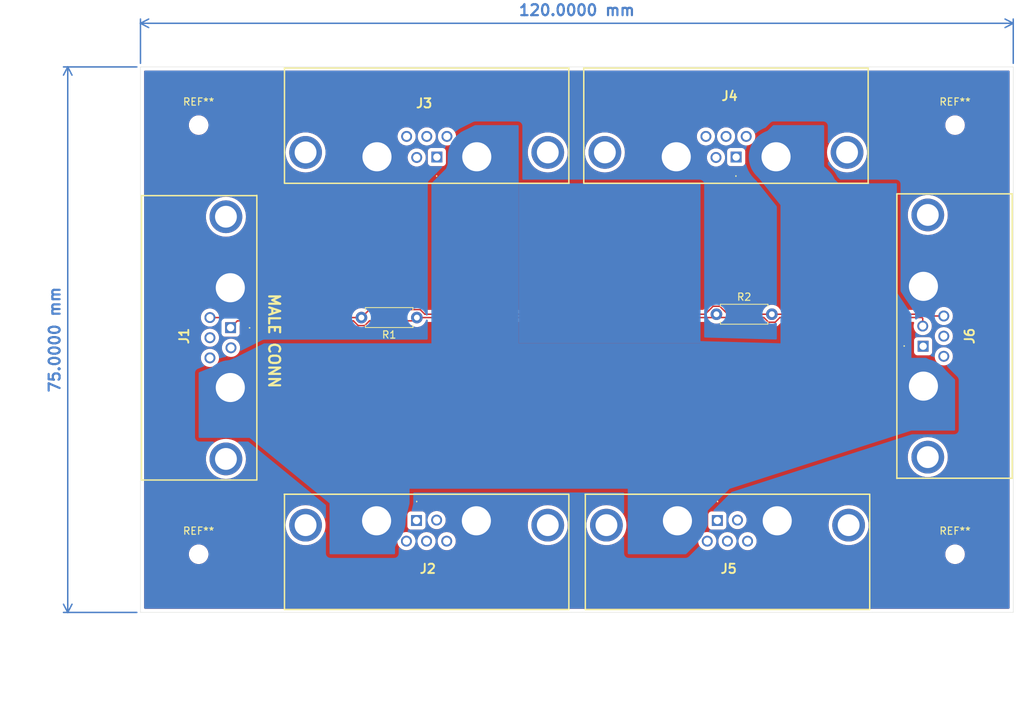
<source format=kicad_pcb>
(kicad_pcb (version 20240108) (generator "pcbnew") (generator_version "8.0")
  (layers (0 "F.Cu" signal) (1 "In1.Cu" signal) (2 "In2.Cu" signal) (31 "B.Cu" signal) (34 "B.Paste" user) (35 "F.Paste" user) (36 "B.SilkS" user "B.Silkscreen") (37 "F.SilkS" user "F.Silkscreen") (38 "B.Mask" user) (39 "F.Mask" user) (44 "Edge.Cuts" user))
  (net 0 "")
  (net 1 "7V")
  (net 2 "12V")
  (net 3 "GND")
  (net 4 "CAN+")
  (net 5 "CAN-")
  (footprint "ecocad_lib_footprints:DB7W2-30A" (layer "F.Cu") (at 114.323 113.956)
    (property "Reference" "J2" (at 0.185 5.044 180) (layer "F.SilkS") (effects (font (size 1.27 1.27) (thickness 0.254))))
    (property "Value" "~" (hide yes))
    (fp_line (start -19.558 -5.207) (end 19.558 -5.207) (stroke (width 0.2)) (layer "F.SilkS"))
    (fp_line (start -19.523 10.644) (end -19.523 -5.207) (stroke (width 0.2)) (layer "F.SilkS"))
    (fp_line (start -1.343 -4.256) (end -1.343 -4.256) (stroke (width 0.1)) (layer "F.SilkS"))
    (fp_line (start -1.343 -4.156) (end -1.343 -4.156) (stroke (width 0.1)) (layer "F.SilkS"))
    (fp_line (start 19.577 -5.207) (end 19.577 10.644) (stroke (width 0.2)) (layer "F.SilkS"))
    (fp_line (start 19.577 10.644) (end -19.523 10.644) (stroke (width 0.2)) (layer "F.SilkS"))
    (fp_arc (start -1.343 -4.256) (mid -1.293 -4.206) (end -1.343 -4.156) (stroke (width 0.1)) (layer "F.SilkS"))
    (fp_arc (start -1.343 -4.156) (mid -1.393 -4.206) (end -1.343 -4.256) (stroke (width 0.1)) (layer "F.SilkS"))
    (pad "1" thru_hole circle (at -6.86 -1.556 180) (size 6 6) (drill 4) (layers "*.Cu" "*.Mask") (net 1 "7V"))
    (pad "2" thru_hole circle (at 6.86 -1.556 180) (size 6 6) (drill 4) (layers "*.Cu" "*.Mask") (net 3 "GND"))
    (pad "3" thru_hole circle (at -2.758 1.244) (size 1.5 1.5) (drill 1) (layers "*.Cu" "*.Mask") (net 2 "12V"))
    (pad "4" thru_hole circle (at 0.012 1.244 180) (size 1.5 1.5) (drill 1) (layers "*.Cu" "*.Mask") (net 2 "12V"))
    (pad "5" thru_hole circle (at 2.782 1.244 180) (size 1.5 1.5) (drill 1) (layers "*.Cu" "*.Mask") (net 5 "CAN-"))
    (pad "6" thru_hole rect (at -1.373 -1.596 180) (size 1.5 1.5) (drill 1) (layers "*.Cu" "*.Mask") (net 2 "12V"))
    (pad "7" thru_hole circle (at 1.397 -1.651 180) (size 1.5 1.5) (drill 1) (layers "*.Cu" "*.Mask") (net 4 "CAN+"))
    (pad "8" thru_hole circle (at -16.623 -0.956 180) (size 4.5 4.5) (drill 3) (layers "*.Cu" "*.Mask"))
    (pad "8" thru_hole circle (at 16.677 -0.956 180) (size 4.5 4.5) (drill 3) (layers "*.Cu" "*.Mask"))
  )
  (footprint "MountingHole:MountingHole_2.2mm_M2" (layer "F.Cu") (at 83 117)
    (property "Reference" "REF**" (at 0 -3.2 0) (layer "F.SilkS"))
    (property "Value" "MountingHole_2.2mm_M2")
    (pad "" np_thru_hole circle (at 0 0) (size 2.2 2.2) (drill 2.2) (layers "F&B.Cu" "*.Mask"))
  )
  (footprint "ecocad_lib_footprints:DB7W2-30A" (layer "F.Cu") (at 155.527 60.794 180)
    (property "Reference" "J4" (at -0.473 6.794 0) (layer "F.SilkS") (effects (font (size 1.27 1.27) (thickness 0.254))))
    (property "Value" "~" (hide yes))
    (fp_line (start 19.577 10.644) (end -19.523 10.644) (stroke (width 0.2)) (layer "F.SilkS"))
    (fp_line (start 19.577 -5.207) (end 19.577 10.644) (stroke (width 0.2)) (layer "F.SilkS"))
    (fp_line (start -1.343 -4.156) (end -1.343 -4.156) (stroke (width 0.1)) (layer "F.SilkS"))
    (fp_line (start -1.343 -4.256) (end -1.343 -4.256) (stroke (width 0.1)) (layer "F.SilkS"))
    (fp_line (start -19.523 10.644) (end -19.523 -5.207) (stroke (width 0.2)) (layer "F.SilkS"))
    (fp_line (start -19.558 -5.207) (end 19.558 -5.207) (stroke (width 0.2)) (layer "F.SilkS"))
    (fp_arc (start -1.343 -4.156) (mid -1.393 -4.206) (end -1.343 -4.256) (stroke (width 0.1)) (layer "F.SilkS"))
    (fp_arc (start -1.343 -4.256) (mid -1.293 -4.206) (end -1.343 -4.156) (stroke (width 0.1)) (layer "F.SilkS"))
    (pad "1" thru_hole circle (at -6.86 -1.556) (size 6 6) (drill 4) (layers "*.Cu" "*.Mask") (net 1 "7V"))
    (pad "2" thru_hole circle (at 6.86 -1.556) (size 6 6) (drill 4) (layers "*.Cu" "*.Mask") (net 3 "GND"))
    (pad "3" thru_hole circle (at -2.758 1.244 180) (size 1.5 1.5) (drill 1) (layers "*.Cu" "*.Mask") (net 2 "12V"))
    (pad "4" thru_hole circle (at 0.012 1.244) (size 1.5 1.5) (drill 1) (layers "*.Cu" "*.Mask") (net 2 "12V"))
    (pad "5" thru_hole circle (at 2.782 1.244) (size 1.5 1.5) (drill 1) (layers "*.Cu" "*.Mask") (net 5 "CAN-"))
    (pad "6" thru_hole rect (at -1.373 -1.596) (size 1.5 1.5) (drill 1) (layers "*.Cu" "*.Mask") (net 2 "12V"))
    (pad "7" thru_hole circle (at 1.397 -1.651) (size 1.5 1.5) (drill 1) (layers "*.Cu" "*.Mask") (net 4 "CAN+"))
    (pad "8" thru_hole circle (at -16.623 -0.956) (size 4.5 4.5) (drill 3) (layers "*.Cu" "*.Mask"))
    (pad "8" thru_hole circle (at 16.677 -0.956) (size 4.5 4.5) (drill 3) (layers "*.Cu" "*.Mask"))
  )
  (footprint "ecocad_lib_footprints:DB7W2-30A" (layer "F.Cu") (at 85.794 87.218 -90)
    (property "Reference" "J1" (at -0.218 4.794 90) (layer "F.SilkS") (effects (font (size 1.27 1.27) (thickness 0.254))))
    (property "Value" "~" (hide yes))
    (fp_line (start -19.523 10.644) (end -19.523 -5.207) (stroke (width 0.2)) (layer "F.SilkS"))
    (fp_line (start 19.577 10.644) (end -19.523 10.644) (stroke (width 0.2)) (layer "F.SilkS"))
    (fp_line (start -1.343 -4.156) (end -1.343 -4.156) (stroke (width 0.1)) (layer "F.SilkS"))
    (fp_line (start -1.343 -4.256) (end -1.343 -4.256) (stroke (width 0.1)) (layer "F.SilkS"))
    (fp_line (start -19.558 -5.207) (end 19.558 -5.207) (stroke (width 0.2)) (layer "F.SilkS"))
    (fp_line (start 19.577 -5.207) (end 19.577 10.644) (stroke (width 0.2)) (layer "F.SilkS"))
    (fp_arc (start -1.343 -4.156) (mid -1.393 -4.206) (end -1.343 -4.256) (stroke (width 0.1)) (layer "F.SilkS"))
    (fp_arc (start -1.343 -4.256) (mid -1.293 -4.206) (end -1.343 -4.156) (stroke (width 0.1)) (layer "F.SilkS"))
    (pad "1" thru_hole circle (at -6.86 -1.556 90) (size 6 6) (drill 4) (layers "*.Cu" "*.Mask") (net 3 "GND"))
    (pad "2" thru_hole circle (at 6.86 -1.556 90) (size 6 6) (drill 4) (layers "*.Cu" "*.Mask") (net 1 "7V"))
    (pad "3" thru_hole circle (at -2.758 1.244 270) (size 1.5 1.5) (drill 1) (layers "*.Cu" "*.Mask") (net 5 "CAN-"))
    (pad "4" thru_hole circle (at 0.012 1.244 90) (size 1.5 1.5) (drill 1) (layers "*.Cu" "*.Mask") (net 2 "12V"))
    (pad "5" thru_hole circle (at 2.782 1.244 90) (size 1.5 1.5) (drill 1) (layers "*.Cu" "*.Mask") (net 2 "12V"))
    (pad "6" thru_hole rect (at -1.373 -1.596 90) (size 1.5 1.5) (drill 1) (layers "*.Cu" "*.Mask") (net 4 "CAN+"))
    (pad "7" thru_hole circle (at 1.397 -1.651 90) (size 1.5 1.5) (drill 1) (layers "*.Cu" "*.Mask") (net 2 "12V"))
    (pad "8" thru_hole circle (at -16.623 -0.956 90) (size 4.5 4.5) (drill 3) (layers "*.Cu" "*.Mask"))
    (pad "8" thru_hole circle (at 16.677 -0.956 90) (size 4.5 4.5) (drill 3) (layers "*.Cu" "*.Mask"))
  )
  (footprint "Resistor_THT:R_Axial_DIN0207_L6.3mm_D2.5mm_P7.62mm_Horizontal" (layer "F.Cu") (at 154.19 84)
    (property "Reference" "R2" (at 3.81 -2.37 0) (layer "F.SilkS"))
    (property "Value" "120")
    (fp_line (start 0.54 -1.37) (end 7.08 -1.37) (stroke (width 0.12)) (layer "F.SilkS"))
    (fp_line (start 0.54 -1.04) (end 0.54 -1.37) (stroke (width 0.12)) (layer "F.SilkS"))
    (fp_line (start 0.54 1.04) (end 0.54 1.37) (stroke (width 0.12)) (layer "F.SilkS"))
    (fp_line (start 0.54 1.37) (end 7.08 1.37) (stroke (width 0.12)) (layer "F.SilkS"))
    (fp_line (start 7.08 -1.37) (end 7.08 -1.04) (stroke (width 0.12)) (layer "F.SilkS"))
    (fp_line (start 7.08 1.37) (end 7.08 1.04) (stroke (width 0.12)) (layer "F.SilkS"))
    (pad "1" thru_hole circle (at 0 0) (size 1.6 1.6) (drill 0.8) (layers "*.Cu" "*.Mask") (net 4 "CAN+"))
    (pad "2" thru_hole oval (at 7.62 0) (size 1.6 1.6) (drill 0.8) (layers "*.Cu" "*.Mask") (net 5 "CAN-"))
  )
  (footprint "Resistor_THT:R_Axial_DIN0207_L6.3mm_D2.5mm_P7.62mm_Horizontal" (layer "F.Cu") (at 113 84.46 180)
    (property "Reference" "R1" (at 3.81 -2.37 0) (layer "F.SilkS"))
    (property "Value" "120")
    (fp_line (start 7.08 1.37) (end 7.08 1.04) (stroke (width 0.12)) (layer "F.SilkS"))
    (fp_line (start 7.08 -1.37) (end 7.08 -1.04) (stroke (width 0.12)) (layer "F.SilkS"))
    (fp_line (start 0.54 1.37) (end 7.08 1.37) (stroke (width 0.12)) (layer "F.SilkS"))
    (fp_line (start 0.54 1.04) (end 0.54 1.37) (stroke (width 0.12)) (layer "F.SilkS"))
    (fp_line (start 0.54 -1.04) (end 0.54 -1.37) (stroke (width 0.12)) (layer "F.SilkS"))
    (fp_line (start 0.54 -1.37) (end 7.08 -1.37) (stroke (width 0.12)) (layer "F.SilkS"))
    (pad "1" thru_hole circle (at 0 0 180) (size 1.6 1.6) (drill 0.8) (layers "*.Cu" "*.Mask") (net 4 "CAN+"))
    (pad "2" thru_hole oval (at 7.62 0 180) (size 1.6 1.6) (drill 0.8) (layers "*.Cu" "*.Mask") (net 5 "CAN-"))
  )
  (footprint "MountingHole:MountingHole_2.2mm_M2" (layer "F.Cu") (at 187 117)
    (property "Reference" "REF**" (at 0 -3.2 0) (layer "F.SilkS"))
    (property "Value" "MountingHole_2.2mm_M2")
    (pad "" np_thru_hole circle (at 0 0) (size 2.2 2.2) (drill 2.2) (layers "F&B.Cu" "*.Mask"))
  )
  (footprint "MountingHole:MountingHole_2.2mm_M2" (layer "F.Cu") (at 83 58)
    (property "Reference" "REF**" (at 0 -3.2 0) (layer "F.SilkS"))
    (property "Value" "MountingHole_2.2mm_M2")
    (pad "" np_thru_hole circle (at 0 0) (size 2.2 2.2) (drill 2.2) (layers "F&B.Cu" "*.Mask"))
  )
  (footprint "ecocad_lib_footprints:DB7W2-30A" (layer "F.Cu") (at 184.206 87.027 90)
    (property "Reference" "J6" (at 0.027 4.794 90) (layer "F.SilkS") (effects (font (size 1.27 1.27) (thickness 0.254))))
    (property "Value" "~" (hide yes))
    (fp_line (start 19.577 -5.207) (end 19.577 10.644) (stroke (width 0.2)) (layer "F.SilkS"))
    (fp_line (start -19.558 -5.207) (end 19.558 -5.207) (stroke (width 0.2)) (layer "F.SilkS"))
    (fp_line (start -1.343 -4.256) (end -1.343 -4.256) (stroke (width 0.1)) (layer "F.SilkS"))
    (fp_line (start -1.343 -4.156) (end -1.343 -4.156) (stroke (width 0.1)) (layer "F.SilkS"))
    (fp_line (start 19.577 10.644) (end -19.523 10.644) (stroke (width 0.2)) (layer "F.SilkS"))
    (fp_line (start -19.523 10.644) (end -19.523 -5.207) (stroke (width 0.2)) (layer "F.SilkS"))
    (fp_arc (start -1.343 -4.256) (mid -1.293 -4.206) (end -1.343 -4.156) (stroke (width 0.1)) (layer "F.SilkS"))
    (fp_arc (start -1.343 -4.156) (mid -1.393 -4.206) (end -1.343 -4.256) (stroke (width 0.1)) (layer "F.SilkS"))
    (pad "1" thru_hole circle (at -6.86 -1.556 270) (size 6 6) (drill 4) (layers "*.Cu" "*.Mask") (net 1 "7V"))
    (pad "2" thru_hole circle (at 6.86 -1.556 270) (size 6 6) (drill 4) (layers "*.Cu" "*.Mask") (net 3 "GND"))
    (pad "3" thru_hole circle (at -2.758 1.244 90) (size 1.5 1.5) (drill 1) (layers "*.Cu" "*.Mask") (net 2 "12V"))
    (pad "4" thru_hole circle (at 0.012 1.244 270) (size 1.5 1.5) (drill 1) (layers "*.Cu" "*.Mask") (net 2 "12V"))
    (pad "5" thru_hole circle (at 2.782 1.244 270) (size 1.5 1.5) (drill 1) (layers "*.Cu" "*.Mask") (net 5 "CAN-"))
    (pad "6" thru_hole rect (at -1.373 -1.596 270) (size 1.5 1.5) (drill 1) (layers "*.Cu" "*.Mask") (net 2 "12V"))
    (pad "7" thru_hole circle (at 1.397 -1.651 270) (size 1.5 1.5) (drill 1) (layers "*.Cu" "*.Mask") (net 4 "CAN+"))
    (pad "8" thru_hole circle (at -16.623 -0.956 270) (size 4.5 4.5) (drill 3) (layers "*.Cu" "*.Mask"))
    (pad "8" thru_hole circle (at 16.677 -0.956 270) (size 4.5 4.5) (drill 3) (layers "*.Cu" "*.Mask"))
  )
  (footprint "ecocad_lib_footprints:DB7W2-30A" (layer "F.Cu") (at 155.688 113.956)
    (property "Reference" "J5" (at 0.185 5.044 180) (layer "F.SilkS") (effects (font (size 1.27 1.27) (thickness 0.254))))
    (property "Value" "~" (hide yes))
    (fp_line (start -19.558 -5.207) (end 19.558 -5.207) (stroke (width 0.2)) (layer "F.SilkS"))
    (fp_line (start -19.523 10.644) (end -19.523 -5.207) (stroke (width 0.2)) (layer "F.SilkS"))
    (fp_line (start -1.343 -4.256) (end -1.343 -4.256) (stroke (width 0.1)) (layer "F.SilkS"))
    (fp_line (start -1.343 -4.156) (end -1.343 -4.156) (stroke (width 0.1)) (layer "F.SilkS"))
    (fp_line (start 19.577 -5.207) (end 19.577 10.644) (stroke (width 0.2)) (layer "F.SilkS"))
    (fp_line (start 19.577 10.644) (end -19.523 10.644) (stroke (width 0.2)) (layer "F.SilkS"))
    (fp_arc (start -1.343 -4.256) (mid -1.293 -4.206) (end -1.343 -4.156) (stroke (width 0.1)) (layer "F.SilkS"))
    (fp_arc (start -1.343 -4.156) (mid -1.393 -4.206) (end -1.343 -4.256) (stroke (width 0.1)) (layer "F.SilkS"))
    (pad "1" thru_hole circle (at -6.86 -1.556 180) (size 6 6) (drill 4) (layers "*.Cu" "*.Mask") (net 1 "7V"))
    (pad "2" thru_hole circle (at 6.86 -1.556 180) (size 6 6) (drill 4) (layers "*.Cu" "*.Mask") (net 3 "GND"))
    (pad "3" thru_hole circle (at -2.758 1.244) (size 1.5 1.5) (drill 1) (layers "*.Cu" "*.Mask") (net 2 "12V"))
    (pad "4" thru_hole circle (at 0.012 1.244 180) (size 1.5 1.5) (drill 1) (layers "*.Cu" "*.Mask") (net 2 "12V"))
    (pad "5" thru_hole circle (at 2.782 1.244 180) (size 1.5 1.5) (drill 1) (layers "*.Cu" "*.Mask") (net 5 "CAN-"))
    (pad "6" thru_hole rect (at -1.373 -1.596 180) (size 1.5 1.5) (drill 1) (layers "*.Cu" "*.Mask") (net 2 "12V"))
    (pad "7" thru_hole circle (at 1.397 -1.651 180) (size 1.5 1.5) (drill 1) (layers "*.Cu" "*.Mask") (net 4 "CAN+"))
    (pad "8" thru_hole circle (at -16.623 -0.956 180) (size 4.5 4.5) (drill 3) (layers "*.Cu" "*.Mask"))
    (pad "8" thru_hole circle (at 16.677 -0.956 180) (size 4.5 4.5) (drill 3) (layers "*.Cu" "*.Mask"))
  )
  (footprint "MountingHole:MountingHole_2.2mm_M2" (layer "F.Cu") (at 187 58)
    (property "Reference" "REF**" (at 0 -3.2 0) (layer "F.SilkS"))
    (property "Value" "MountingHole_2.2mm_M2")
    (pad "" np_thru_hole circle (at 0 0) (size 2.2 2.2) (drill 2.2) (layers "*.Cu" "*.Mask"))
  )
  (footprint "ecocad_lib_footprints:DB7W2-30A" (layer "F.Cu") (at 114.377 60.794 180)
    (property "Reference" "J3" (at 0.377 5.794 0) (layer "F.SilkS") (effects (font (size 1.27 1.27) (thickness 0.254))))
    (property "Value" "~" (hide yes))
    (fp_line (start 19.577 10.644) (end -19.523 10.644) (stroke (width 0.2)) (layer "F.SilkS"))
    (fp_line (start 19.577 -5.207) (end 19.577 10.644) (stroke (width 0.2)) (layer "F.SilkS"))
    (fp_line (start -1.343 -4.156) (end -1.343 -4.156) (stroke (width 0.1)) (layer "F.SilkS"))
    (fp_line (start -1.343 -4.256) (end -1.343 -4.256) (stroke (width 0.1)) (layer "F.SilkS"))
    (fp_line (start -19.523 10.644) (end -19.523 -5.207) (stroke (width 0.2)) (layer "F.SilkS"))
    (fp_line (start -19.558 -5.207) (end 19.558 -5.207) (stroke (width 0.2)) (layer "F.SilkS"))
    (fp_arc (start -1.343 -4.156) (mid -1.393 -4.206) (end -1.343 -4.256) (stroke (width 0.1)) (layer "F.SilkS"))
    (fp_arc (start -1.343 -4.256) (mid -1.293 -4.206) (end -1.343 -4.156) (stroke (width 0.1)) (layer "F.SilkS"))
    (pad "1" thru_hole circle (at -6.86 -1.556) (size 6 6) (drill 4) (layers "*.Cu" "*.Mask") (net 1 "7V"))
    (pad "2" thru_hole circle (at 6.86 -1.556) (size 6 6) (drill 4) (layers "*.Cu" "*.Mask") (net 3 "GND"))
    (pad "3" thru_hole circle (at -2.758 1.244 180) (size 1.5 1.5) (drill 1) (layers "*.Cu" "*.Mask") (net 2 "12V"))
    (pad "4" thru_hole circle (at 0.012 1.244) (size 1.5 1.5) (drill 1) (layers "*.Cu" "*.Mask") (net 2 "12V"))
    (pad "5" thru_hole circle (at 2.782 1.244) (size 1.5 1.5) (drill 1) (layers "*.Cu" "*.Mask") (net 5 "CAN-"))
    (pad "6" thru_hole rect (at -1.373 -1.596) (size 1.5 1.5) (drill 1) (layers "*.Cu" "*.Mask") (net 2 "12V"))
    (pad "7" thru_hole circle (at 1.397 -1.651) (size 1.5 1.5) (drill 1) (layers "*.Cu" "*.Mask") (net 4 "CAN+"))
    (pad "8" thru_hole circle (at -16.623 -0.956) (size 4.5 4.5) (drill 3) (layers "*.Cu" "*.Mask"))
    (pad "8" thru_hole circle (at 16.677 -0.956) (size 4.5 4.5) (drill 3) (layers "*.Cu" "*.Mask"))
  )
  (gr_line (start 195 125) (end 75 125) (stroke (width 0.05)) (layer "Edge.Cuts"))
  (gr_line (start 75 125) (end 75 50) (stroke (width 0.05)) (layer "Edge.Cuts"))
  (gr_line (start 195 50) (end 195 125) (stroke (width 0.05)) (layer "Edge.Cuts"))
  (gr_line (start 75 50) (end 195 50) (stroke (width 0.05)) (layer "Edge.Cuts"))
  (gr_text "MALE CONN" (at 92.5 81 -90) (layer "F.SilkS") (effects (font (size 1.5 1.5) (thickness 0.3) (bold yes)) (justify left bottom)))
  (dimension (type aligned) (layer "B.Cu") (pts (xy 75 50) (xy 75 125)) (height 10) (gr_text "75.0000 mm" (at 63.2 87.5 90) (layer "B.Cu") (effects (font (size 1.5 1.5) (thickness 0.3)))) (format (prefix "") (suffix "") (units 3) (units_format 1) (precision 4)) (style (thickness 0.2) (arrow_length 1.27) (text_position_mode 0) (extension_height 0.58642) (extension_offset 0.5) keep_text_aligned))
  (dimension (type aligned) (layer "B.Cu") (pts (xy 75 50) (xy 195 50)) (height -6) (gr_text "120.0000 mm" (at 135 42.2 0) (layer "B.Cu") (effects (font (size 1.5 1.5) (thickness 0.3)))) (format (prefix "") (suffix "") (units 3) (units_format 1) (precision 4)) (style (thickness 0.2) (arrow_length 1.27) (text_position_mode 0) (extension_height 0.58642) (extension_offset 0.5) keep_text_aligned))
  (segment (start 148.828 107.947) (end 149 107.775) (width 8) (layer "B.Cu") (net 1))
  (segment (start 121.237 62.35) (end 121.237 93.841) (width 8) (layer "B.Cu") (net 1))
  (segment (start 121 94.078) (end 149 94.078) (width 7.5) (layer "B.Cu") (net 1))
  (segment (start 167 66.963) (end 162.387 62.35) (width 7.5) (layer "B.Cu") (net 1))
  (segment (start 108 94.078) (end 121 94.078) (width 7.5) (layer "B.Cu") (net 1))
  (segment (start 149 107.775) (end 149 94.078) (width 8) (layer "B.Cu") (net 1))
  (segment (start 87.35 94.078) (end 88.922 94.078) (width 7.5) (layer "B.Cu") (net 1))
  (segment (start 107.463 112.4) (end 107.463 94.615) (width 8) (layer "B.Cu") (net 1))
  (segment (start 148.828 112.4) (end 148.828 107.947) (width 8) (layer "B.Cu") (net 1))
  (segment (start 121.237 93.841) (end 121 94.078) (width 8) (layer "B.Cu") (net 1))
  (segment (start 167 94.078) (end 167 66.963) (width 7.5) (layer "B.Cu") (net 1))
  (segment (start 88.922 94.078) (end 89 94) (width 7.5) (layer "B.Cu") (net 1))
  (segment (start 107.463 94.615) (end 108 94.078) (width 8) (layer "B.Cu") (net 1))
  (segment (start 149 94.078) (end 167 94.078) (width 7.5) (layer "B.Cu") (net 1))
  (segment (start 167 94.078) (end 182.459 94.078) (width 7.5) (layer "B.Cu") (net 1))
  (segment (start 182.459 94.078) (end 182.65 93.887) (width 7.5) (layer "B.Cu") (net 1))
  (segment (start 87.35 94.078) (end 108 94.078) (width 7.5) (layer "B.Cu") (net 1))
  (segment (start 161.354365 85.1) (end 160.704365 84.45) (width 0.2) (layer "F.Cu") (net 4))
  (segment (start 182.555 84.563199) (end 182.441801 84.45) (width 0.2) (layer "F.Cu") (net 4))
  (segment (start 153.73 84.46) (end 154.19 84) (width 0.2) (layer "F.Cu") (net 4))
  (segment (start 106.485635 84.91) (end 112.55 84.91) (width 0.2) (layer "F.Cu") (net 4))
  (segment (start 104.924365 85.56) (end 105.835635 85.56) (width 0.2) (layer "F.Cu") (net 4))
  (segment (start 88.330635 84.915635) (end 104.28 84.915635) (width 0.2) (layer "F.Cu") (net 4))
  (segment (start 162.265635 85.1) (end 161.354365 85.1) (width 0.2) (layer "F.Cu") (net 4))
  (segment (start 154.64 84.45) (end 154.19 84) (width 0.2) (layer "F.Cu") (net 4))
  (segment (start 113 84.46) (end 153.73 84.46) (width 0.2) (layer "F.Cu") (net 4))
  (segment (start 87.39 85.845) (end 88.325 84.91) (width 0.2) (layer "F.Cu") (net 4))
  (segment (start 182.555 85.63) (end 182.555 84.563199) (width 0.2) (layer "F.Cu") (net 4))
  (segment (start 182.441801 84.45) (end 162.915635 84.45) (width 0.2) (layer "F.Cu") (net 4))
  (segment (start 105.835635 85.56) (end 106.485635 84.91) (width 0.2) (layer "F.Cu") (net 4))
  (segment (start 88.325 84.91) (end 88.330635 84.915635) (width 0.2) (layer "F.Cu") (net 4))
  (segment (start 104.28 84.915635) (end 104.924365 85.56) (width 0.2) (layer "F.Cu") (net 4))
  (segment (start 160.704365 84.45) (end 154.64 84.45) (width 0.2) (layer "F.Cu") (net 4))
  (segment (start 162.915635 84.45) (end 162.265635 85.1) (width 0.2) (layer "F.Cu") (net 4))
  (segment (start 112.55 84.91) (end 113 84.46) (width 0.2) (layer "F.Cu") (net 4))
  (segment (start 153.734365 82.9) (end 154.645635 82.9) (width 0.2) (layer "F.Cu") (net 5))
  (segment (start 182.628199 84) (end 161.81 84) (width 0.2) (layer "F.Cu") (net 5))
  (segment (start 113.455635 83.36) (end 114.095635 84) (width 0.2) (layer "F.Cu") (net 5))
  (segment (start 152.634365 84) (end 153.734365 82.9) (width 0.2) (layer "F.Cu") (net 5))
  (segment (start 84.55 84.46) (end 105.38 84.46) (width 0.2) (layer "F.Cu") (net 5))
  (segment (start 106.48 83.36) (end 113.455635 83.36) (width 0.2) (layer "F.Cu") (net 5))
  (segment (start 155.745635 84) (end 161.81 84) (width 0.2) (layer "F.Cu") (net 5))
  (segment (start 182.873199 84.245) (end 182.628199 84) (width 0.2) (layer "F.Cu") (net 5))
  (segment (start 114.095635 84) (end 152.634365 84) (width 0.2) (layer "F.Cu") (net 5))
  (segment (start 185.45 84.245) (end 182.873199 84.245) (width 0.2) (layer "F.Cu") (net 5))
  (segment (start 105.38 84.46) (end 106.48 83.36) (width 0.2) (layer "F.Cu") (net 5))
  (segment (start 154.645635 82.9) (end 155.745635 84) (width 0.2) (layer "F.Cu") (net 5))
  (zone (net 3) (net_name "GND") (layers "F.Cu" "In1.Cu" "In2.Cu" "B.Cu") (connect_pads yes (clearance 0.5)) (min_thickness 0.25) (fill yes (thermal_gap 0.5) (thermal_bridge_width 0.5))
    (polygon (pts (xy 75 50) (xy 195 50) (xy 195 125) (xy 75 125)))
  )
  (zone (net 1) (net_name "7V") (layer "B.Cu") (priority 1) (connect_pads yes (clearance 0.5)) (min_thickness 0.25) (fill yes (thermal_gap 0.5) (thermal_bridge_width 0.5))
    (polygon (pts (xy 83 101) (xy 83 92) (xy 88 90) (xy 92 88) (xy 115 88) (xy 115 66) (xy 117 64) (xy 119 59) (xy 121 58) (xy 127 58) (xy 127 87) (xy 163 88) (xy 163 69) (xy 159 64) (xy 159 61) (xy 162 58) (xy 169 58) (xy 169 64) (xy 171 66) (xy 179 66) (xy 179 81) (xy 181 84) (xy 181 90) (xy 183 90) (xy 185 91) (xy 187 93) (xy 187 100) (xy 181 100) (xy 156 108) (xy 153 111) (xy 153 113) (xy 152 115) (xy 150 117) (xy 142 117) (xy 142 108) (xy 112 108) (xy 112 110) (xy 111 114) (xy 110 116) (xy 110 117) (xy 101 117) (xy 101 110) (xy 90 101)))
  )
  (zone (net 1) (net_name "7V") (layer "B.Cu") (priority 2) (connect_pads yes (clearance 0.5)) (min_thickness 0.25) (fill yes (thermal_gap 0.5) (thermal_bridge_width 0.5))
    (polygon (pts (xy 127 66) (xy 152 66) (xy 152 88) (xy 127 88)))
  )
)
</source>
